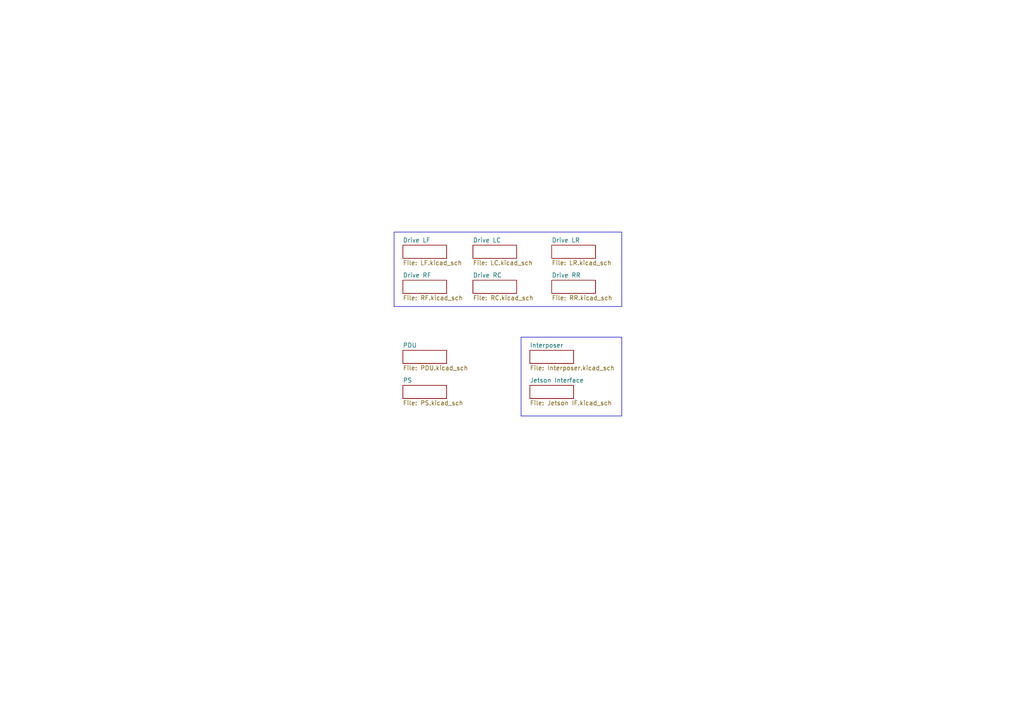
<source format=kicad_sch>
(kicad_sch
	(version 20231120)
	(generator "eeschema")
	(generator_version "8.0")
	(uuid "8894597e-8d75-4a50-a40b-c03d378d3f1b")
	(paper "A4")
	(title_block
		(title "MQ Rover Controller")
		(date "2024-12-23")
		(rev "A")
		(company "Sierra Engineering Design")
		(comment 1 "Rev. A Initial release")
	)
	(lib_symbols)
	(rectangle
		(start 151.13 97.79)
		(end 180.34 120.65)
		(stroke
			(width 0)
			(type default)
		)
		(fill
			(type none)
		)
		(uuid 038e8edd-30d2-4a51-8390-fea64b7a88d0)
	)
	(rectangle
		(start 114.3 67.31)
		(end 180.34 88.9)
		(stroke
			(width 0)
			(type default)
		)
		(fill
			(type none)
		)
		(uuid d60ac950-9667-418c-9c6d-d4f5819e5416)
	)
	(sheet
		(at 116.84 101.6)
		(size 12.7 3.81)
		(fields_autoplaced yes)
		(stroke
			(width 0.1524)
			(type solid)
		)
		(fill
			(color 0 0 0 0.0000)
		)
		(uuid "14e75d12-7fc9-4516-90e8-f12e654fc5dc")
		(property "Sheetname" "PDU"
			(at 116.84 100.8884 0)
			(effects
				(font
					(size 1.27 1.27)
				)
				(justify left bottom)
			)
		)
		(property "Sheetfile" "PDU.kicad_sch"
			(at 116.84 105.9946 0)
			(effects
				(font
					(size 1.27 1.27)
				)
				(justify left top)
			)
		)
		(instances
			(project "mqmars"
				(path "/8894597e-8d75-4a50-a40b-c03d378d3f1b"
					(page "10")
				)
			)
		)
	)
	(sheet
		(at 116.84 81.28)
		(size 12.7 3.81)
		(fields_autoplaced yes)
		(stroke
			(width 0.1524)
			(type solid)
		)
		(fill
			(color 0 0 0 0.0000)
		)
		(uuid "3c67f924-9747-4340-adda-338ed3ec8c17")
		(property "Sheetname" "Drive RF"
			(at 116.84 80.5684 0)
			(effects
				(font
					(size 1.27 1.27)
				)
				(justify left bottom)
			)
		)
		(property "Sheetfile" "RF.kicad_sch"
			(at 116.84 85.6746 0)
			(effects
				(font
					(size 1.27 1.27)
				)
				(justify left top)
			)
		)
		(instances
			(project "mqmars"
				(path "/8894597e-8d75-4a50-a40b-c03d378d3f1b"
					(page "5")
				)
			)
		)
	)
	(sheet
		(at 153.67 101.6)
		(size 12.7 3.81)
		(fields_autoplaced yes)
		(stroke
			(width 0.1524)
			(type solid)
		)
		(fill
			(color 0 0 0 0.0000)
		)
		(uuid "41ee275c-2108-4c98-8547-787c94efc9d7")
		(property "Sheetname" "Interposer"
			(at 153.67 100.8884 0)
			(effects
				(font
					(size 1.27 1.27)
				)
				(justify left bottom)
			)
		)
		(property "Sheetfile" "Interposer.kicad_sch"
			(at 153.67 105.9946 0)
			(effects
				(font
					(size 1.27 1.27)
				)
				(justify left top)
			)
		)
		(instances
			(project "mqmars"
				(path "/8894597e-8d75-4a50-a40b-c03d378d3f1b"
					(page "9")
				)
			)
		)
	)
	(sheet
		(at 137.16 71.12)
		(size 12.7 3.81)
		(fields_autoplaced yes)
		(stroke
			(width 0.1524)
			(type solid)
		)
		(fill
			(color 0 0 0 0.0000)
		)
		(uuid "4cd5b706-ca47-43c9-b7fb-e0a308a59daf")
		(property "Sheetname" "Drive LC"
			(at 137.16 70.4084 0)
			(effects
				(font
					(size 1.27 1.27)
				)
				(justify left bottom)
			)
		)
		(property "Sheetfile" "LC.kicad_sch"
			(at 137.16 75.5146 0)
			(effects
				(font
					(size 1.27 1.27)
				)
				(justify left top)
			)
		)
		(instances
			(project "mqmars"
				(path "/8894597e-8d75-4a50-a40b-c03d378d3f1b"
					(page "3")
				)
			)
		)
	)
	(sheet
		(at 160.02 71.12)
		(size 12.7 3.81)
		(fields_autoplaced yes)
		(stroke
			(width 0.1524)
			(type solid)
		)
		(fill
			(color 0 0 0 0.0000)
		)
		(uuid "580aff76-17bb-40c5-ab7f-fce324c91719")
		(property "Sheetname" "Drive LR"
			(at 160.02 70.4084 0)
			(effects
				(font
					(size 1.27 1.27)
				)
				(justify left bottom)
			)
		)
		(property "Sheetfile" "LR.kicad_sch"
			(at 160.02 75.5146 0)
			(effects
				(font
					(size 1.27 1.27)
				)
				(justify left top)
			)
		)
		(instances
			(project "mqmars"
				(path "/8894597e-8d75-4a50-a40b-c03d378d3f1b"
					(page "4")
				)
			)
		)
	)
	(sheet
		(at 116.84 111.76)
		(size 12.7 3.81)
		(fields_autoplaced yes)
		(stroke
			(width 0.1524)
			(type solid)
		)
		(fill
			(color 0 0 0 0.0000)
		)
		(uuid "84a318a5-9fd0-4601-9079-0aaddc509161")
		(property "Sheetname" "PS"
			(at 116.84 111.0484 0)
			(effects
				(font
					(size 1.27 1.27)
				)
				(justify left bottom)
			)
		)
		(property "Sheetfile" "PS.kicad_sch"
			(at 116.84 116.1546 0)
			(effects
				(font
					(size 1.27 1.27)
				)
				(justify left top)
			)
		)
		(instances
			(project "mqmars"
				(path "/8894597e-8d75-4a50-a40b-c03d378d3f1b"
					(page "11")
				)
			)
		)
	)
	(sheet
		(at 160.02 81.28)
		(size 12.7 3.81)
		(fields_autoplaced yes)
		(stroke
			(width 0.1524)
			(type solid)
		)
		(fill
			(color 0 0 0 0.0000)
		)
		(uuid "b3409ed7-b53e-4aa8-9424-5c5ea0baa098")
		(property "Sheetname" "Drive RR"
			(at 160.02 80.5684 0)
			(effects
				(font
					(size 1.27 1.27)
				)
				(justify left bottom)
			)
		)
		(property "Sheetfile" "RR.kicad_sch"
			(at 160.02 85.6746 0)
			(effects
				(font
					(size 1.27 1.27)
				)
				(justify left top)
			)
		)
		(instances
			(project "mqmars"
				(path "/8894597e-8d75-4a50-a40b-c03d378d3f1b"
					(page "7")
				)
			)
		)
	)
	(sheet
		(at 116.84 71.12)
		(size 12.7 3.81)
		(fields_autoplaced yes)
		(stroke
			(width 0.1524)
			(type solid)
		)
		(fill
			(color 0 0 0 0.0000)
		)
		(uuid "bbcab29a-47aa-4c6f-8297-95d90a90e0b1")
		(property "Sheetname" "Drive LF"
			(at 116.84 70.4084 0)
			(effects
				(font
					(size 1.27 1.27)
				)
				(justify left bottom)
			)
		)
		(property "Sheetfile" "LF.kicad_sch"
			(at 116.84 75.5146 0)
			(effects
				(font
					(size 1.27 1.27)
				)
				(justify left top)
			)
		)
		(instances
			(project "mqmars"
				(path "/8894597e-8d75-4a50-a40b-c03d378d3f1b"
					(page "2")
				)
			)
		)
	)
	(sheet
		(at 137.16 81.28)
		(size 12.7 3.81)
		(fields_autoplaced yes)
		(stroke
			(width 0.1524)
			(type solid)
		)
		(fill
			(color 0 0 0 0.0000)
		)
		(uuid "bd362055-af92-4679-9b86-5875aefb2453")
		(property "Sheetname" "Drive RC"
			(at 137.16 80.5684 0)
			(effects
				(font
					(size 1.27 1.27)
				)
				(justify left bottom)
			)
		)
		(property "Sheetfile" "RC.kicad_sch"
			(at 137.16 85.6746 0)
			(effects
				(font
					(size 1.27 1.27)
				)
				(justify left top)
			)
		)
		(instances
			(project "mqmars"
				(path "/8894597e-8d75-4a50-a40b-c03d378d3f1b"
					(page "6")
				)
			)
		)
	)
	(sheet
		(at 153.67 111.76)
		(size 12.7 3.81)
		(fields_autoplaced yes)
		(stroke
			(width 0.1524)
			(type solid)
		)
		(fill
			(color 0 0 0 0.0000)
		)
		(uuid "ec3ed981-a9ed-4992-9b16-2f8c851da241")
		(property "Sheetname" "Jetson Interface"
			(at 153.67 111.0484 0)
			(effects
				(font
					(size 1.27 1.27)
				)
				(justify left bottom)
			)
		)
		(property "Sheetfile" "Jetson IF.kicad_sch"
			(at 153.67 116.1546 0)
			(effects
				(font
					(size 1.27 1.27)
				)
				(justify left top)
			)
		)
		(instances
			(project "mqmars"
				(path "/8894597e-8d75-4a50-a40b-c03d378d3f1b"
					(page "8")
				)
			)
		)
	)
	(sheet_instances
		(path "/"
			(page "1")
		)
	)
)

</source>
